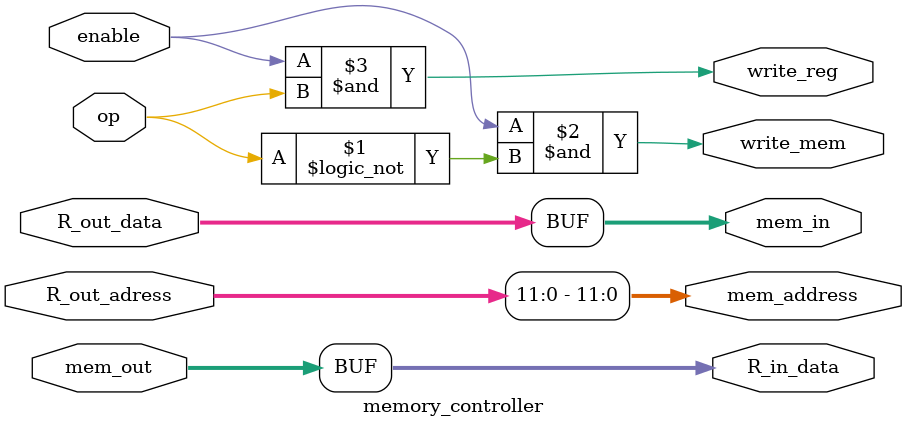
<source format=v>
`timescale 1ns / 1ps


module memory_controller#(
    parameter DATA_SIZE = 16,
    parameter ADDRESS_LENGTH = 12
    )(
    input op, //0==1011, 1=1100
    input enable,//do or not
    input [DATA_SIZE-1:0] R_out_adress,
    input [DATA_SIZE-1:0] R_out_data,
    input [DATA_SIZE-1:0] mem_out,
    
    output [DATA_SIZE-1:0] R_in_data,
    output [DATA_SIZE-1:0] mem_in,
    output write_reg,
    output write_mem,
    
    output [ADDRESS_LENGTH-1:0] mem_address
    );
    assign write_mem = enable&(!op);
    assign write_reg = enable&op;
    assign mem_in = R_out_data;
    assign R_in_data = mem_out;
    assign mem_address = R_out_adress;
//    always@(*)
//        case(op)
//         endcase
            
endmodule

</source>
